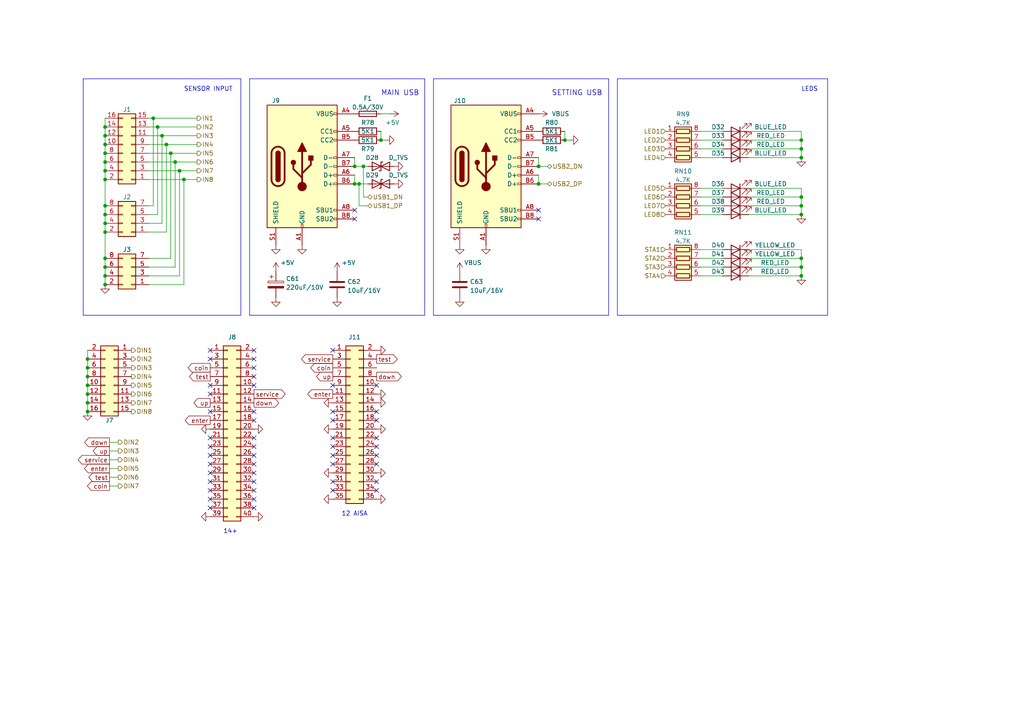
<source format=kicad_sch>
(kicad_sch (version 20230121) (generator eeschema)
  (paper "A4")
  (lib_symbols
    (symbol "Connector:USB_C_Receptacle_USB2.0" (pin_names (offset 1.016))
      (property "Reference" "J" (at -10.16 19.05 0))
      (property "Value" "USB_C_Receptacle_USB2.0" (at 19.05 19.05 0))
      (symbol "USB_C_Receptacle_USB2.0_0_0"
        (rectangle (start -0.254 -17.78) (end 0.254 -16.764))
        (rectangle (start 10.16 -14.986) (end 9.144 -15.494))
        (rectangle (start 10.16 -12.446) (end 9.144 -12.954))
        (rectangle (start 10.16 -4.826) (end 9.144 -5.334))
        (rectangle (start 10.16 -2.286) (end 9.144 -2.794))
        (rectangle (start 10.16 0.254) (end 9.144 -0.254))
        (rectangle (start 10.16 2.794) (end 9.144 2.286))
        (rectangle (start 10.16 7.874) (end 9.144 7.366))
        (rectangle (start 10.16 10.414) (end 9.144 9.906))
        (rectangle (start 10.16 15.494) (end 9.144 14.986))
      )
      (symbol "USB_C_Receptacle_USB2.0_0_1"
        (rectangle (start -10.16 17.78) (end 10.16 -17.78) (stroke (width 0.254)) (fill (type background)))
        (arc (start -8.89 -3.81) (mid -6.985 -5.7067) (end -5.08 -3.81) (stroke (width 0.508)))
        (arc (start -7.62 -3.81) (mid -6.985 -4.4423) (end -6.35 -3.81) (stroke (width 0.254)))
        (arc (start -7.62 -3.81) (mid -6.985 -4.4423) (end -6.35 -3.81) (stroke (width 0.254)) (fill (type outline)))
        (rectangle (start -7.62 -3.81) (end -6.35 3.81) (stroke (width 0.254)) (fill (type outline)))
        (arc (start -6.35 3.81) (mid -6.985 4.4423) (end -7.62 3.81) (stroke (width 0.254)))
        (arc (start -6.35 3.81) (mid -6.985 4.4423) (end -7.62 3.81) (stroke (width 0.254)) (fill (type outline)))
        (arc (start -5.08 3.81) (mid -6.985 5.7067) (end -8.89 3.81) (stroke (width 0.508)))
        (circle (center -2.54 1.143) (radius 0.635) (stroke (width 0.254)) (fill (type outline)))
        (circle (center 0 -5.842) (radius 1.27) (fill (type outline)))
        (polyline (pts (xy -8.89 -3.81) (xy -8.89 3.81)) (stroke (width 0.508)))
        (polyline (pts (xy -5.08 3.81) (xy -5.08 -3.81)) (stroke (width 0.508)))
        (polyline (pts (xy 0 -5.842) (xy 0 4.318)) (stroke (width 0.508)))
        (polyline (pts (xy 0 -3.302) (xy -2.54 -0.762) (xy -2.54 0.508)) (stroke (width 0.508)))
        (polyline (pts (xy 0 -2.032) (xy 2.54 0.508) (xy 2.54 1.778)) (stroke (width 0.508)))
        (polyline (pts (xy -1.27 4.318) (xy 0 6.858) (xy 1.27 4.318) (xy -1.27 4.318)) (stroke (width 0.254)) (fill (type outline)))
        (rectangle (start 1.905 1.778) (end 3.175 3.048) (stroke (width 0.254)) (fill (type outline)))
      )
      (symbol "USB_C_Receptacle_USB2.0_1_1"
        (pin passive line (at 0 -22.86 90) (length 5.08) (name "GND") (number "A1"))
        (pin passive line (at 0 -22.86 90) (length 5.08) hide (name "GND") (number "A12"))
        (pin passive line (at 15.24 15.24 180) (length 5.08) (name "VBUS") (number "A4"))
        (pin bidirectional line (at 15.24 10.16 180) (length 5.08) (name "CC1") (number "A5"))
        (pin bidirectional line (at 15.24 -2.54 180) (length 5.08) (name "D+") (number "A6"))
        (pin bidirectional line (at 15.24 2.54 180) (length 5.08) (name "D-") (number "A7"))
        (pin bidirectional line (at 15.24 -12.7 180) (length 5.08) (name "SBU1") (number "A8"))
        (pin passive line (at 15.24 15.24 180) (length 5.08) hide (name "VBUS") (number "A9"))
        (pin passive line (at 0 -22.86 90) (length 5.08) hide (name "GND") (number "B1"))
        (pin passive line (at 0 -22.86 90) (length 5.08) hide (name "GND") (number "B12"))
        (pin passive line (at 15.24 15.24 180) (length 5.08) hide (name "VBUS") (number "B4"))
        (pin bidirectional line (at 15.24 7.62 180) (length 5.08) (name "CC2") (number "B5"))
        (pin bidirectional line (at 15.24 -5.08 180) (length 5.08) (name "D+") (number "B6"))
        (pin bidirectional line (at 15.24 0 180) (length 5.08) (name "D-") (number "B7"))
        (pin bidirectional line (at 15.24 -15.24 180) (length 5.08) (name "SBU2") (number "B8"))
        (pin passive line (at 15.24 15.24 180) (length 5.08) hide (name "VBUS") (number "B9"))
        (pin passive line (at -7.62 -22.86 90) (length 5.08) (name "SHIELD") (number "S1"))
      )
    )
    (symbol "Connector_Generic:Conn_02x04_Odd_Even" (pin_names (offset 1.016) hide)
      (property "Reference" "J" (at 1.27 5.08 0))
      (property "Value" "Conn_02x04_Odd_Even" (at 1.27 -7.62 0))
      (symbol "Conn_02x04_Odd_Even_1_1"
        (rectangle (start -1.27 -4.953) (end 0 -5.207) (stroke (width 0.1524)))
        (rectangle (start -1.27 -2.413) (end 0 -2.667) (stroke (width 0.1524)))
        (rectangle (start -1.27 0.127) (end 0 -0.127) (stroke (width 0.1524)))
        (rectangle (start -1.27 2.667) (end 0 2.413) (stroke (width 0.1524)))
        (rectangle (start -1.27 3.81) (end 3.81 -6.35) (stroke (width 0.254)) (fill (type background)))
        (rectangle (start 3.81 -4.953) (end 2.54 -5.207) (stroke (width 0.1524)))
        (rectangle (start 3.81 -2.413) (end 2.54 -2.667) (stroke (width 0.1524)))
        (rectangle (start 3.81 0.127) (end 2.54 -0.127) (stroke (width 0.1524)))
        (rectangle (start 3.81 2.667) (end 2.54 2.413) (stroke (width 0.1524)))
        (pin passive line (at -5.08 2.54 0) (length 3.81) (name "Pin_1") (number "1"))
        (pin passive line (at 7.62 2.54 180) (length 3.81) (name "Pin_2") (number "2"))
        (pin passive line (at -5.08 0 0) (length 3.81) (name "Pin_3") (number "3"))
        (pin passive line (at 7.62 0 180) (length 3.81) (name "Pin_4") (number "4"))
        (pin passive line (at -5.08 -2.54 0) (length 3.81) (name "Pin_5") (number "5"))
        (pin passive line (at 7.62 -2.54 180) (length 3.81) (name "Pin_6") (number "6"))
        (pin passive line (at -5.08 -5.08 0) (length 3.81) (name "Pin_7") (number "7"))
        (pin passive line (at 7.62 -5.08 180) (length 3.81) (name "Pin_8") (number "8"))
      )
    )
    (symbol "Connector_Generic:Conn_02x08_Odd_Even" (pin_names (offset 1.016) hide)
      (property "Reference" "J" (at 1.27 10.16 0))
      (property "Value" "Conn_02x08_Odd_Even" (at 1.27 -12.7 0))
      (symbol "Conn_02x08_Odd_Even_1_1"
        (rectangle (start -1.27 -10.033) (end 0 -10.287) (stroke (width 0.1524)))
        (rectangle (start -1.27 -7.493) (end 0 -7.747) (stroke (width 0.1524)))
        (rectangle (start -1.27 -4.953) (end 0 -5.207) (stroke (width 0.1524)))
        (rectangle (start -1.27 -2.413) (end 0 -2.667) (stroke (width 0.1524)))
        (rectangle (start -1.27 0.127) (end 0 -0.127) (stroke (width 0.1524)))
        (rectangle (start -1.27 2.667) (end 0 2.413) (stroke (width 0.1524)))
        (rectangle (start -1.27 5.207) (end 0 4.953) (stroke (width 0.1524)))
        (rectangle (start -1.27 7.747) (end 0 7.493) (stroke (width 0.1524)))
        (rectangle (start -1.27 8.89) (end 3.81 -11.43) (stroke (width 0.254)) (fill (type background)))
        (rectangle (start 3.81 -10.033) (end 2.54 -10.287) (stroke (width 0.1524)))
        (rectangle (start 3.81 -7.493) (end 2.54 -7.747) (stroke (width 0.1524)))
        (rectangle (start 3.81 -4.953) (end 2.54 -5.207) (stroke (width 0.1524)))
        (rectangle (start 3.81 -2.413) (end 2.54 -2.667) (stroke (width 0.1524)))
        (rectangle (start 3.81 0.127) (end 2.54 -0.127) (stroke (width 0.1524)))
        (rectangle (start 3.81 2.667) (end 2.54 2.413) (stroke (width 0.1524)))
        (rectangle (start 3.81 5.207) (end 2.54 4.953) (stroke (width 0.1524)))
        (rectangle (start 3.81 7.747) (end 2.54 7.493) (stroke (width 0.1524)))
        (pin passive line (at -5.08 7.62 0) (length 3.81) (name "Pin_1") (number "1"))
        (pin passive line (at 7.62 -2.54 180) (length 3.81) (name "Pin_10") (number "10"))
        (pin passive line (at -5.08 -5.08 0) (length 3.81) (name "Pin_11") (number "11"))
        (pin passive line (at 7.62 -5.08 180) (length 3.81) (name "Pin_12") (number "12"))
        (pin passive line (at -5.08 -7.62 0) (length 3.81) (name "Pin_13") (number "13"))
        (pin passive line (at 7.62 -7.62 180) (length 3.81) (name "Pin_14") (number "14"))
        (pin passive line (at -5.08 -10.16 0) (length 3.81) (name "Pin_15") (number "15"))
        (pin passive line (at 7.62 -10.16 180) (length 3.81) (name "Pin_16") (number "16"))
        (pin passive line (at 7.62 7.62 180) (length 3.81) (name "Pin_2") (number "2"))
        (pin passive line (at -5.08 5.08 0) (length 3.81) (name "Pin_3") (number "3"))
        (pin passive line (at 7.62 5.08 180) (length 3.81) (name "Pin_4") (number "4"))
        (pin passive line (at -5.08 2.54 0) (length 3.81) (name "Pin_5") (number "5"))
        (pin passive line (at 7.62 2.54 180) (length 3.81) (name "Pin_6") (number "6"))
        (pin passive line (at -5.08 0 0) (length 3.81) (name "Pin_7") (number "7"))
        (pin passive line (at 7.62 0 180) (length 3.81) (name "Pin_8") (number "8"))
        (pin passive line (at -5.08 -2.54 0) (length 3.81) (name "Pin_9") (number "9"))
      )
    )
    (symbol "Connector_Generic:Conn_02x18_Odd_Even" (pin_names (offset 1.016) hide)
      (property "Reference" "J" (at 1.27 22.86 0))
      (property "Value" "Conn_02x18_Odd_Even" (at 1.27 -25.4 0))
      (symbol "Conn_02x18_Odd_Even_1_1"
        (rectangle (start -1.27 -22.733) (end 0 -22.987) (stroke (width 0.1524)))
        (rectangle (start -1.27 -20.193) (end 0 -20.447) (stroke (width 0.1524)))
        (rectangle (start -1.27 -17.653) (end 0 -17.907) (stroke (width 0.1524)))
        (rectangle (start -1.27 -15.113) (end 0 -15.367) (stroke (width 0.1524)))
        (rectangle (start -1.27 -12.573) (end 0 -12.827) (stroke (width 0.1524)))
        (rectangle (start -1.27 -10.033) (end 0 -10.287) (stroke (width 0.1524)))
        (rectangle (start -1.27 -7.493) (end 0 -7.747) (stroke (width 0.1524)))
        (rectangle (start -1.27 -4.953) (end 0 -5.207) (stroke (width 0.1524)))
        (rectangle (start -1.27 -2.413) (end 0 -2.667) (stroke (width 0.1524)))
        (rectangle (start -1.27 0.127) (end 0 -0.127) (stroke (width 0.1524)))
        (rectangle (start -1.27 2.667) (end 0 2.413) (stroke (width 0.1524)))
        (rectangle (start -1.27 5.207) (end 0 4.953) (stroke (width 0.1524)))
        (rectangle (start -1.27 7.747) (end 0 7.493) (stroke (width 0.1524)))
        (rectangle (start -1.27 10.287) (end 0 10.033) (stroke (width 0.1524)))
        (rectangle (start -1.27 12.827) (end 0 12.573) (stroke (width 0.1524)))
        (rectangle (start -1.27 15.367) (end 0 15.113) (stroke (width 0.1524)))
        (rectangle (start -1.27 17.907) (end 0 17.653) (stroke (width 0.1524)))
        (rectangle (start -1.27 20.447) (end 0 20.193) (stroke (width 0.1524)))
        (rectangle (start -1.27 21.59) (end 3.81 -24.13) (stroke (width 0.254)) (fill (type background)))
        (rectangle (start 3.81 -22.733) (end 2.54 -22.987) (stroke (width 0.1524)))
        (rectangle (start 3.81 -20.193) (end 2.54 -20.447) (stroke (width 0.1524)))
        (rectangle (start 3.81 -17.653) (end 2.54 -17.907) (stroke (width 0.1524)))
        (rectangle (start 3.81 -15.113) (end 2.54 -15.367) (stroke (width 0.1524)))
        (rectangle (start 3.81 -12.573) (end 2.54 -12.827) (stroke (width 0.1524)))
        (rectangle (start 3.81 -10.033) (end 2.54 -10.287) (stroke (width 0.1524)))
        (rectangle (start 3.81 -7.493) (end 2.54 -7.747) (stroke (width 0.1524)))
        (rectangle (start 3.81 -4.953) (end 2.54 -5.207) (stroke (width 0.1524)))
        (rectangle (start 3.81 -2.413) (end 2.54 -2.667) (stroke (width 0.1524)))
        (rectangle (start 3.81 0.127) (end 2.54 -0.127) (stroke (width 0.1524)))
        (rectangle (start 3.81 2.667) (end 2.54 2.413) (stroke (width 0.1524)))
        (rectangle (start 3.81 5.207) (end 2.54 4.953) (stroke (width 0.1524)))
        (rectangle (start 3.81 7.747) (end 2.54 7.493) (stroke (width 0.1524)))
        (rectangle (start 3.81 10.287) (end 2.54 10.033) (stroke (width 0.1524)))
        (rectangle (start 3.81 12.827) (end 2.54 12.573) (stroke (width 0.1524)))
        (rectangle (start 3.81 15.367) (end 2.54 15.113) (stroke (width 0.1524)))
        (rectangle (start 3.81 17.907) (end 2.54 17.653) (stroke (width 0.1524)))
        (rectangle (start 3.81 20.447) (end 2.54 20.193) (stroke (width 0.1524)))
        (pin passive line (at -5.08 20.32 0) (length 3.81) (name "Pin_1") (number "1"))
        (pin passive line (at 7.62 10.16 180) (length 3.81) (name "Pin_10") (number "10"))
        (pin passive line (at -5.08 7.62 0) (length 3.81) (name "Pin_11") (number "11"))
        (pin passive line (at 7.62 7.62 180) (length 3.81) (name "Pin_12") (number "12"))
        (pin passive line (at -5.08 5.08 0) (length 3.81) (name "Pin_13") (number "13"))
        (pin passive line (at 7.62 5.08 180) (length 3.81) (name "Pin_14") (number "14"))
        (pin passive line (at -5.08 2.54 0) (length 3.81) (name "Pin_15") (number "15"))
        (pin passive line (at 7.62 2.54 180) (length 3.81) (name "Pin_16") (number "16"))
        (pin passive line (at -5.08 0 0) (length 3.81) (name "Pin_17") (number "17"))
        (pin passive line (at 7.62 0 180) (length 3.81) (name "Pin_18") (number "18"))
        (pin passive line (at -5.08 -2.54 0) (length 3.81) (name "Pin_19") (number "19"))
        (pin passive line (at 7.62 20.32 180) (length 3.81) (name "Pin_2") (number "2"))
        (pin passive line (at 7.62 -2.54 180) (length 3.81) (name "Pin_20") (number "20"))
        (pin passive line (at -5.08 -5.08 0) (length 3.81) (name "Pin_21") (number "21"))
        (pin passive line (at 7.62 -5.08 180) (length 3.81) (name "Pin_22") (number "22"))
        (pin passive line (at -5.08 -7.62 0) (length 3.81) (name "Pin_23") (number "23"))
        (pin passive line (at 7.62 -7.62 180) (length 3.81) (name "Pin_24") (number "24"))
        (pin passive line (at -5.08 -10.16 0) (length 3.81) (name "Pin_25") (number "25"))
        (pin passive line (at 7.62 -10.16 180) (length 3.81) (name "Pin_26") (number "26"))
        (pin passive line (at -5.08 -12.7 0) (length 3.81) (name "Pin_27") (number "27"))
        (pin passive line (at 7.62 -12.7 180) (length 3.81) (name "Pin_28") (number "28"))
        (pin passive line (at -5.08 -15.24 0) (length 3.81) (name "Pin_29") (number "29"))
        (pin passive line (at -5.08 17.78 0) (length 3.81) (name "Pin_3") (number "3"))
        (pin passive line (at 7.62 -15.24 180) (length 3.81) (name "Pin_30") (number "30"))
        (pin passive line (at -5.08 -17.78 0) (length 3.81) (name "Pin_31") (number "31"))
        (pin passive line (at 7.62 -17.78 180) (length 3.81) (name "Pin_32") (number "32"))
        (pin passive line (at -5.08 -20.32 0) (length 3.81) (name "Pin_33") (number "33"))
        (pin passive line (at 7.62 -20.32 180) (length 3.81) (name "Pin_34") (number "34"))
        (pin passive line (at -5.08 -22.86 0) (length 3.81) (name "Pin_35") (number "35"))
        (pin passive line (at 7.62 -22.86 180) (length 3.81) (name "Pin_36") (number "36"))
        (pin passive line (at 7.62 17.78 180) (length 3.81) (name "Pin_4") (number "4"))
        (pin passive line (at -5.08 15.24 0) (length 3.81) (name "Pin_5") (number "5"))
        (pin passive line (at 7.62 15.24 180) (length 3.81) (name "Pin_6") (number "6"))
        (pin passive line (at -5.08 12.7 0) (length 3.81) (name "Pin_7") (number "7"))
        (pin passive line (at 7.62 12.7 180) (length 3.81) (name "Pin_8") (number "8"))
        (pin passive line (at -5.08 10.16 0) (length 3.81) (name "Pin_9") (number "9"))
      )
    )
    (symbol "Connector_Generic:Conn_02x20_Odd_Even" (pin_names (offset 1.016) hide)
      (property "Reference" "J" (at 1.27 25.4 0))
      (property "Value" "Conn_02x20_Odd_Even" (at 1.27 -27.94 0))
      (symbol "Conn_02x20_Odd_Even_1_1"
        (rectangle (start -1.27 -25.273) (end 0 -25.527) (stroke (width 0.1524)))
        (rectangle (start -1.27 -22.733) (end 0 -22.987) (stroke (width 0.1524)))
        (rectangle (start -1.27 -20.193) (end 0 -20.447) (stroke (width 0.1524)))
        (rectangle (start -1.27 -17.653) (end 0 -17.907) (stroke (width 0.1524)))
        (rectangle (start -1.27 -15.113) (end 0 -15.367) (stroke (width 0.1524)))
        (rectangle (start -1.27 -12.573) (end 0 -12.827) (stroke (width 0.1524)))
        (rectangle (start -1.27 -10.033) (end 0 -10.287) (stroke (width 0.1524)))
        (rectangle (start -1.27 -7.493) (end 0 -7.747) (stroke (width 0.1524)))
        (rectangle (start -1.27 -4.953) (end 0 -5.207) (stroke (width 0.1524)))
        (rectangle (start -1.27 -2.413) (end 0 -2.667) (stroke (width 0.1524)))
        (rectangle (start -1.27 0.127) (end 0 -0.127) (stroke (width 0.1524)))
        (rectangle (start -1.27 2.667) (end 0 2.413) (stroke (width 0.1524)))
        (rectangle (start -1.27 5.207) (end 0 4.953) (stroke (width 0.1524)))
        (rectangle (start -1.27 7.747) (end 0 7.493) (stroke (width 0.1524)))
        (rectangle (start -1.27 10.287) (end 0 10.033) (stroke (width 0.1524)))
        (rectangle (start -1.27 12.827) (end 0 12.573) (stroke (width 0.1524)))
        (rectangle (start -1.27 15.367) (end 0 15.113) (stroke (width 0.1524)))
        (rectangle (start -1.27 17.907) (end 0 17.653) (stroke (width 0.1524)))
        (rectangle (start -1.27 20.447) (end 0 20.193) (stroke (width 0.1524)))
        (rectangle (start -1.27 22.987) (end 0 22.733) (stroke (width 0.1524)))
        (rectangle (start -1.27 24.13) (end 3.81 -26.67) (stroke (width 0.254)) (fill (type background)))
        (rectangle (start 3.81 -25.273) (end 2.54 -25.527) (stroke (width 0.1524)))
        (rectangle (start 3.81 -22.733) (end 2.54 -22.987) (stroke (width 0.1524)))
        (rectangle (start 3.81 -20.193) (end 2.54 -20.447) (stroke (width 0.1524)))
        (rectangle (start 3.81 -17.653) (end 2.54 -17.907) (stroke (width 0.1524)))
        (rectangle (start 3.81 -15.113) (end 2.54 -15.367) (stroke (width 0.1524)))
        (rectangle (start 3.81 -12.573) (end 2.54 -12.827) (stroke (width 0.1524)))
        (rectangle (start 3.81 -10.033) (end 2.54 -10.287) (stroke (width 0.1524)))
        (rectangle (start 3.81 -7.493) (end 2.54 -7.747) (stroke (width 0.1524)))
        (rectangle (start 3.81 -4.953) (end 2.54 -5.207) (stroke (width 0.1524)))
        (rectangle (start 3.81 -2.413) (end 2.54 -2.667) (stroke (width 0.1524)))
        (rectangle (start 3.81 0.127) (end 2.54 -0.127) (stroke (width 0.1524)))
        (rectangle (start 3.81 2.667) (end 2.54 2.413) (stroke (width 0.1524)))
        (rectangle (start 3.81 5.207) (end 2.54 4.953) (stroke (width 0.1524)))
        (rectangle (start 3.81 7.747) (end 2.54 7.493) (stroke (width 0.1524)))
        (rectangle (start 3.81 10.287) (end 2.54 10.033) (stroke (width 0.1524)))
        (rectangle (start 3.81 12.827) (end 2.54 12.573) (stroke (width 0.1524)))
        (rectangle (start 3.81 15.367) (end 2.54 15.113) (stroke (width 0.1524)))
        (rectangle (start 3.81 17.907) (end 2.54 17.653) (stroke (width 0.1524)))
        (rectangle (start 3.81 20.447) (end 2.54 20.193) (stroke (width 0.1524)))
        (rectangle (start 3.81 22.987) (end 2.54 22.733) (stroke (width 0.1524)))
        (pin passive line (at -5.08 22.86 0) (length 3.81) (name "Pin_1") (number "1"))
        (pin passive line (at 7.62 12.7 180) (length 3.81) (name "Pin_10") (number "10"))
        (pin passive line (at -5.08 10.16 0) (length 3.81) (name "Pin_11") (number "11"))
        (pin passive line (at 7.62 10.16 180) (length 3.81) (name "Pin_12") (number "12"))
        (pin passive line (at -5.08 7.62 0) (length 3.81) (name "Pin_13") (number "13"))
        (pin passive line (at 7.62 7.62 180) (length 3.81) (name "Pin_14") (number "14"))
        (pin passive line (at -5.08 5.08 0) (length 3.81) (name "Pin_15") (number "15"))
        (pin passive line (at 7.62 5.08 180) (length 3.81) (name "Pin_16") (number "16"))
        (pin passive line (at -5.08 2.54 0) (length 3.81) (name "Pin_17") (number "17"))
        (pin passive line (at 7.62 2.54 180) (length 3.81) (name "Pin_18") (number "18"))
        (pin passive line (at -5.08 0 0) (length 3.81) (name "Pin_19") (number "19"))
        (pin passive line (at 7.62 22.86 180) (length 3.81) (name "Pin_2") (number "2"))
        (pin passive line (at 7.62 0 180) (length 3.81) (name "Pin_20") (number "20"))
        (pin passive line (at -5.08 -2.54 0) (length 3.81) (name "Pin_21") (number "21"))
        (pin passive line (at 7.62 -2.54 180) (length 3.81) (name "Pin_22") (number "22"))
        (pin passive line (at -5.08 -5.08 0) (length 3.81) (name "Pin_23") (number "23"))
        (pin passive line (at 7.62 -5.08 180) (length 3.81) (name "Pin_24") (number "24"))
        (pin passive line (at -5.08 -7.62 0) (length 3.81) (name "Pin_25") (number "25"))
        (pin passive line (at 7.62 -7.62 180) (length 3.81) (name "Pin_26") (number "26"))
        (pin passive line (at -5.08 -10.16 0) (length 3.81) (name "Pin_27") (number "27"))
        (pin passive line (at 7.62 -10.16 180) (length 3.81) (name "Pin_28") (number "28"))
        (pin passive line (at -5.08 -12.7 0) (length 3.81) (name "Pin_29") (number "29"))
        (pin passive line (at -5.08 20.32 0) (length 3.81) (name "Pin_3") (number "3"))
        (pin passive line (at 7.62 -12.7 180) (length 3.81) (name "Pin_30") (number "30"))
        (pin passive line (at -5.08 -15.24 0) (length 3.81) (name "Pin_31") (number "31"))
        (pin passive line (at 7.62 -15.24 180) (length 3.81) (name "Pin_32") (number "32"))
        (pin passive line (at -5.08 -17.78 0) (length 3.81) (name "Pin_33") (number "33"))
        (pin passive line (at 7.62 -17.78 180) (length 3.81) (name "Pin_34") (number "34"))
        (pin passive line (at -5.08 -20.32 0) (length 3.81) (name "Pin_35") (number "35"))
        (pin passive line (at 7.62 -20.32 180) (length 3.81) (name "Pin_36") (number "36"))
        (pin passive line (at -5.08 -22.86 0) (length 3.81) (name "Pin_37") (number "37"))
        (pin passive line (at 7.62 -22.86 180) (length 3.81) (name "Pin_38") (number "38"))
        (pin passive line (at -5.08 -25.4 0) (length 3.81) (name "Pin_39") (number "39"))
        (pin passive line (at 7.62 20.32 180) (length 3.81) (name "Pin_4") (number "4"))
        (pin passive line (at 7.62 -25.4 180) (length 3.81) (name "Pin_40") (number "40"))
        (pin passive line (at -5.08 17.78 0) (length 3.81) (name "Pin_5") (number "5"))
        (pin passive line (at 7.62 17.78 180) (length 3.81) (name "Pin_6") (number "6"))
        (pin passive line (at -5.08 15.24 0) (length 3.81) (name "Pin_7") (number "7"))
        (pin passive line (at 7.62 15.24 180) (length 3.81) (name "Pin_8") (number "8"))
        (pin passive line (at -5.08 12.7 0) (length 3.81) (name "Pin_9") (number "9"))
      )
    )
    (symbol "Device:C" (pin_numbers hide) (pin_names (offset 0.254))
      (property "Reference" "C" (at 0.635 2.54 0))
      (property "Value" "C" (at 0.635 -2.54 0))
      (symbol "C_0_1"
        (polyline (pts (xy -2.032 -0.762) (xy 2.032 -0.762)) (stroke (width 0.508)))
        (polyline (pts (xy -2.032 0.762) (xy 2.032 0.762)) (stroke (width 0.508)))
      )
      (symbol "C_1_1"
        (pin passive line (at 0 3.81 270) (length 2.794) (name "~") (number "1"))
        (pin passive line (at 0 -3.81 90) (length 2.794) (name "~") (number "2"))
      )
    )
    (symbol "Device:C_Polarized" (pin_numbers hide) (pin_names (offset 0.254))
      (property "Reference" "C" (at 0.635 2.54 0))
      (property "Value" "C_Polarized" (at 0.635 -2.54 0))
      (symbol "C_Polarized_0_1"
        (rectangle (start -2.286 0.508) (end 2.286 1.016))
        (polyline (pts (xy -1.778 2.286) (xy -0.762 2.286)))
        (polyline (pts (xy -1.27 2.794) (xy -1.27 1.778)))
        (rectangle (start 2.286 -0.508) (end -2.286 -1.016) (fill (type outline)))
      )
      (symbol "C_Polarized_1_1"
        (pin passive line (at 0 3.81 270) (length 2.794) (name "~") (number "1"))
        (pin passive line (at 0 -3.81 90) (length 2.794) (name "~") (number "2"))
      )
    )
    (symbol "Device:D_TVS" (pin_numbers hide) (pin_names (offset 1.016) hide)
      (property "Reference" "D" (at 0 2.54 0))
      (property "Value" "D_TVS" (at 0 -2.54 0))
      (symbol "D_TVS_0_1"
        (polyline (pts (xy 1.27 0) (xy -1.27 0)))
        (polyline (pts (xy 0.508 1.27) (xy 0 1.27) (xy 0 -1.27) (xy -0.508 -1.27)) (stroke (width 0.254)))
        (polyline (pts (xy -2.54 1.27) (xy -2.54 -1.27) (xy 2.54 1.27) (xy 2.54 -1.27) (xy -2.54 1.27)) (stroke (width 0.254)))
      )
      (symbol "D_TVS_1_1"
        (pin passive line (at -3.81 0 0) (length 2.54) (name "A1") (number "1"))
        (pin passive line (at 3.81 0 180) (length 2.54) (name "A2") (number "2"))
      )
    )
    (symbol "Device:Fuse" (pin_numbers hide) (pin_names (offset 0))
      (property "Reference" "F" (at 2.032 0 90))
      (property "Value" "Fuse" (at -1.905 0 90))
      (symbol "Fuse_0_1"
        (rectangle (start -0.762 -2.54) (end 0.762 2.54) (stroke (width 0.254)))
        (polyline (pts (xy 0 2.54) (xy 0 -2.54)))
      )
      (symbol "Fuse_1_1"
        (pin passive line (at 0 3.81 270) (length 1.27) (name "~") (number "1"))
        (pin passive line (at 0 -3.81 90) (length 1.27) (name "~") (number "2"))
      )
    )
    (symbol "Device:LED" (pin_numbers hide) (pin_names (offset 1.016) hide)
      (property "Reference" "D" (at 0 2.54 0))
      (property "Value" "LED" (at 0 -2.54 0))
      (symbol "LED_0_1"
        (polyline (pts (xy -1.27 -1.27) (xy -1.27 1.27)) (stroke (width 0.254)))
        (polyline (pts (xy -1.27 0) (xy 1.27 0)))
        (polyline (pts (xy 1.27 -1.27) (xy 1.27 1.27) (xy -1.27 0) (xy 1.27 -1.27)) (stroke (width 0.254)))
        (polyline (pts (xy -3.048 -0.762) (xy -4.572 -2.286) (xy -3.81 -2.286) (xy -4.572 -2.286) (xy -4.572 -1.524)))
        (polyline (pts (xy -1.778 -0.762) (xy -3.302 -2.286) (xy -2.54 -2.286) (xy -3.302 -2.286) (xy -3.302 -1.524)))
      )
      (symbol "LED_1_1"
        (pin passive line (at -3.81 0 0) (length 2.54) (name "K") (number "1"))
        (pin passive line (at 3.81 0 180) (length 2.54) (name "A") (number "2"))
      )
    )
    (symbol "Device:R" (pin_numbers hide) (pin_names (offset 0))
      (property "Reference" "R" (at 2.032 0 90))
      (property "Value" "R" (at 0 0 90))
      (symbol "R_0_1"
        (rectangle (start -1.016 -2.54) (end 1.016 2.54) (stroke (width 0.254)))
      )
      (symbol "R_1_1"
        (pin passive line (at 0 3.81 270) (length 1.27) (name "~") (number "1"))
        (pin passive line (at 0 -3.81 90) (length 1.27) (name "~") (number "2"))
      )
    )
    (symbol "Device:R_Pack04" (pin_names (offset 0) hide)
      (property "Reference" "RN" (at -7.62 0 90))
      (property "Value" "R_Pack04" (at 5.08 0 90))
      (symbol "R_Pack04_0_1"
        (rectangle (start -6.35 -2.413) (end 3.81 2.413) (stroke (width 0.254)) (fill (type background)))
        (rectangle (start -5.715 1.905) (end -4.445 -1.905) (stroke (width 0.254)))
        (rectangle (start -3.175 1.905) (end -1.905 -1.905) (stroke (width 0.254)))
        (rectangle (start -0.635 1.905) (end 0.635 -1.905) (stroke (width 0.254)))
        (polyline (pts (xy -5.08 -2.54) (xy -5.08 -1.905)))
        (polyline (pts (xy -5.08 1.905) (xy -5.08 2.54)))
        (polyline (pts (xy -2.54 -2.54) (xy -2.54 -1.905)))
        (polyline (pts (xy -2.54 1.905) (xy -2.54 2.54)))
        (polyline (pts (xy 0 -2.54) (xy 0 -1.905)))
        (polyline (pts (xy 0 1.905) (xy 0 2.54)))
        (polyline (pts (xy 2.54 -2.54) (xy 2.54 -1.905)))
        (polyline (pts (xy 2.54 1.905) (xy 2.54 2.54)))
        (rectangle (start 1.905 1.905) (end 3.175 -1.905) (stroke (width 0.254)))
      )
      (symbol "R_Pack04_1_1"
        (pin passive line (at -5.08 -5.08 90) (length 2.54) (name "R1.1") (number "1"))
        (pin passive line (at -2.54 -5.08 90) (length 2.54) (name "R2.1") (number "2"))
        (pin passive line (at 0 -5.08 90) (length 2.54) (name "R3.1") (number "3"))
        (pin passive line (at 2.54 -5.08 90) (length 2.54) (name "R4.1") (number "4"))
        (pin passive line (at 2.54 5.08 270) (length 2.54) (name "R4.2") (number "5"))
        (pin passive line (at 0 5.08 270) (length 2.54) (name "R3.2") (number "6"))
        (pin passive line (at -2.54 5.08 270) (length 2.54) (name "R2.2") (number "7"))
        (pin passive line (at -5.08 5.08 270) (length 2.54) (name "R1.2") (number "8"))
      )
    )
    (symbol "power:+5V" (power) (pin_names (offset 0))
      (property "Value" "+5V" (at 0 3.556 0))
      (symbol "+5V_0_1"
        (polyline (pts (xy -0.762 1.27) (xy 0 2.54)))
        (polyline (pts (xy 0 0) (xy 0 2.54)))
        (polyline (pts (xy 0 2.54) (xy 0.762 1.27)))
      )
      (symbol "+5V_1_1"
        (pin power_in line (at 0 0 90) (length 0) hide (name "+5V") (number "1"))
      )
    )
    (symbol "power:GND" (power) (pin_names (offset 0))
      (property "Value" "GND" (at 0 -3.81 0))
      (symbol "GND_0_1"
        (polyline (pts (xy 0 0) (xy 0 -1.27) (xy 1.27 -1.27) (xy 0 -2.54) (xy -1.27 -1.27) (xy 0 -1.27)))
      )
      (symbol "GND_1_1"
        (pin power_in line (at 0 0 270) (length 0) hide (name "GND") (number "1"))
      )
    )
    (symbol "power:VBUS" (power) (pin_names (offset 0))
      (property "Value" "VBUS" (at 0 3.81 0))
      (symbol "VBUS_0_1"
        (polyline (pts (xy -0.762 1.27) (xy 0 2.54)))
        (polyline (pts (xy 0 0) (xy 0 2.54)))
        (polyline (pts (xy 0 2.54) (xy 0.762 1.27)))
      )
      (symbol "VBUS_1_1"
        (pin power_in line (at 0 0 90) (length 0) hide (name "VBUS") (number "1"))
      )
    )
  )
  (junction (at 30.48 62.23))
  (junction (at 232.41 62.23))
  (junction (at 102.87 48.26))
  (junction (at 30.48 36.83))
  (junction (at 46.99 39.37))
  (junction (at 232.41 59.69))
  (junction (at 30.48 44.45))
  (junction (at 25.4 116.84))
  (junction (at 25.4 104.14))
  (junction (at 30.48 52.07))
  (junction (at 44.45 34.29))
  (junction (at 110.49 40.64))
  (junction (at 25.4 111.76))
  (junction (at 53.34 52.07))
  (junction (at 232.41 40.64))
  (junction (at 30.48 41.91))
  (junction (at 156.21 48.26))
  (junction (at 30.48 80.01))
  (junction (at 45.72 36.83))
  (junction (at 30.48 49.53))
  (junction (at 48.26 41.91))
  (junction (at 25.4 109.22))
  (junction (at 232.41 43.18))
  (junction (at 232.41 57.15))
  (junction (at 102.87 53.34))
  (junction (at 30.48 59.69))
  (junction (at 232.41 45.72))
  (junction (at 30.48 74.93))
  (junction (at 25.4 114.3))
  (junction (at 232.41 77.47))
  (junction (at 30.48 67.31))
  (junction (at 163.83 40.64))
  (junction (at 30.48 77.47))
  (junction (at 25.4 106.68))
  (junction (at 50.8 46.99))
  (junction (at 156.21 53.34))
  (junction (at 30.48 82.55))
  (junction (at 232.41 80.01))
  (junction (at 105.41 48.26))
  (junction (at 30.48 39.37))
  (junction (at 52.07 49.53))
  (junction (at 232.41 74.93))
  (junction (at 49.53 44.45))
  (junction (at 30.48 64.77))
  (junction (at 104.14 53.34))
  (junction (at 25.4 119.38))
  (junction (at 30.48 46.99))
  (no_connect (at 96.52 101.6))
  (no_connect (at 109.22 111.76))
  (no_connect (at 109.22 142.24))
  (no_connect (at 109.22 139.7))
  (no_connect (at 109.22 134.62))
  (no_connect (at 96.52 121.92))
  (no_connect (at 109.22 119.38))
  (no_connect (at 109.22 121.92))
  (no_connect (at 96.52 119.38))
  (no_connect (at 109.22 127))
  (no_connect (at 96.52 111.76))
  (no_connect (at 96.52 127))
  (no_connect (at 96.52 129.54))
  (no_connect (at 109.22 129.54))
  (no_connect (at 96.52 132.08))
  (no_connect (at 96.52 134.62))
  (no_connect (at 96.52 139.7))
  (no_connect (at 96.52 142.24))
  (no_connect (at 109.22 132.08))
  (no_connect (at 102.87 63.5))
  (no_connect (at 156.21 60.96))
  (no_connect (at 60.96 101.6))
  (no_connect (at 60.96 111.76))
  (no_connect (at 60.96 114.3))
  (no_connect (at 60.96 119.38))
  (no_connect (at 73.66 109.22))
  (no_connect (at 73.66 106.68))
  (no_connect (at 73.66 111.76))
  (no_connect (at 73.66 119.38))
  (no_connect (at 73.66 121.92))
  (no_connect (at 102.87 60.96))
  (no_connect (at 60.96 104.14))
  (no_connect (at 60.96 127))
  (no_connect (at 60.96 137.16))
  (no_connect (at 60.96 132.08))
  (no_connect (at 60.96 129.54))
  (no_connect (at 60.96 134.62))
  (no_connect (at 60.96 139.7))
  (no_connect (at 60.96 144.78))
  (no_connect (at 60.96 142.24))
  (no_connect (at 60.96 147.32))
  (no_connect (at 73.66 132.08))
  (no_connect (at 73.66 134.62))
  (no_connect (at 73.66 127))
  (no_connect (at 73.66 137.16))
  (no_connect (at 73.66 129.54))
  (no_connect (at 73.66 147.32))
  (no_connect (at 73.66 139.7))
  (no_connect (at 73.66 144.78))
  (no_connect (at 73.66 142.24))
  (no_connect (at 73.66 101.6))
  (no_connect (at 73.66 104.14))
  (no_connect (at 156.21 63.5))
  (polyline (pts (xy 179.07 91.44) (xy 240.03 91.44)))
  (wire (pts (xy 209.55 40.64) (xy 203.2 40.64)))
  (wire (pts (xy 30.48 64.77) (xy 30.48 62.23)))
  (wire (pts (xy 232.41 74.93) (xy 232.41 77.47)))
  (wire (pts (xy 57.15 39.37) (xy 46.99 39.37)))
  (wire (pts (xy 30.48 82.55) (xy 30.48 80.01)))
  (wire (pts (xy 48.26 41.91) (xy 48.26 67.31)))
  (wire (pts (xy 31.75 133.35) (xy 34.29 133.35)))
  (wire (pts (xy 25.4 116.84) (xy 25.4 119.38)))
  (polyline (pts (xy 69.85 22.86) (xy 24.13 22.86)))
  (wire (pts (xy 31.75 138.43) (xy 34.29 138.43)))
  (polyline (pts (xy 179.07 22.86) (xy 179.07 91.44)))
  (wire (pts (xy 25.4 114.3) (xy 25.4 116.84)))
  (wire (pts (xy 50.8 77.47) (xy 43.18 77.47)))
  (wire (pts (xy 232.41 72.39) (xy 232.41 74.93)))
  (polyline (pts (xy 72.39 22.86) (xy 72.39 91.44)))
  (wire (pts (xy 52.07 80.01) (xy 43.18 80.01)))
  (wire (pts (xy 156.21 48.26) (xy 158.75 48.26)))
  (polyline (pts (xy 125.73 22.86) (xy 125.73 91.44)))
  (wire (pts (xy 209.55 62.23) (xy 203.2 62.23)))
  (wire (pts (xy 156.21 53.34) (xy 158.75 53.34)))
  (wire (pts (xy 110.49 40.64) (xy 110.49 38.1)))
  (wire (pts (xy 48.26 67.31) (xy 43.18 67.31)))
  (polyline (pts (xy 69.85 91.44) (xy 69.85 22.86)))
  (wire (pts (xy 217.17 74.93) (xy 232.41 74.93)))
  (wire (pts (xy 232.41 57.15) (xy 232.41 59.69)))
  (wire (pts (xy 104.14 53.34) (xy 102.87 53.34)))
  (wire (pts (xy 102.87 48.26) (xy 102.87 45.72)))
  (wire (pts (xy 57.15 34.29) (xy 44.45 34.29)))
  (wire (pts (xy 30.48 77.47) (xy 30.48 74.93)))
  (wire (pts (xy 209.55 77.47) (xy 203.2 77.47)))
  (wire (pts (xy 217.17 72.39) (xy 232.41 72.39)))
  (wire (pts (xy 217.17 54.61) (xy 232.41 54.61)))
  (wire (pts (xy 232.41 40.64) (xy 232.41 43.18)))
  (wire (pts (xy 165.1 40.64) (xy 163.83 40.64)))
  (wire (pts (xy 30.48 36.83) (xy 30.48 39.37)))
  (wire (pts (xy 44.45 34.29) (xy 44.45 59.69)))
  (polyline (pts (xy 176.53 91.44) (xy 176.53 22.86)))
  (wire (pts (xy 232.41 59.69) (xy 232.41 62.23)))
  (wire (pts (xy 46.99 64.77) (xy 43.18 64.77)))
  (wire (pts (xy 232.41 54.61) (xy 232.41 57.15)))
  (wire (pts (xy 217.17 77.47) (xy 232.41 77.47)))
  (wire (pts (xy 232.41 38.1) (xy 232.41 40.64)))
  (wire (pts (xy 30.48 34.29) (xy 30.48 36.83)))
  (wire (pts (xy 46.99 39.37) (xy 43.18 39.37)))
  (wire (pts (xy 113.03 33.02) (xy 110.49 33.02)))
  (wire (pts (xy 57.15 49.53) (xy 52.07 49.53)))
  (polyline (pts (xy 24.13 22.86) (xy 24.13 91.44)))
  (wire (pts (xy 104.14 59.69) (xy 104.14 53.34)))
  (wire (pts (xy 217.17 57.15) (xy 232.41 57.15)))
  (wire (pts (xy 57.15 41.91) (xy 48.26 41.91)))
  (wire (pts (xy 53.34 82.55) (xy 53.34 52.07)))
  (wire (pts (xy 217.17 40.64) (xy 232.41 40.64)))
  (wire (pts (xy 31.75 140.97) (xy 34.29 140.97)))
  (wire (pts (xy 25.4 104.14) (xy 25.4 106.68)))
  (wire (pts (xy 105.41 48.26) (xy 102.87 48.26)))
  (wire (pts (xy 30.48 67.31) (xy 30.48 64.77)))
  (wire (pts (xy 53.34 82.55) (xy 43.18 82.55)))
  (wire (pts (xy 232.41 62.23) (xy 217.17 62.23)))
  (wire (pts (xy 45.72 62.23) (xy 43.18 62.23)))
  (wire (pts (xy 31.75 130.81) (xy 34.29 130.81)))
  (wire (pts (xy 217.17 38.1) (xy 232.41 38.1)))
  (wire (pts (xy 105.41 57.15) (xy 105.41 48.26)))
  (wire (pts (xy 209.55 80.01) (xy 203.2 80.01)))
  (wire (pts (xy 45.72 36.83) (xy 45.72 62.23)))
  (wire (pts (xy 50.8 46.99) (xy 43.18 46.99)))
  (wire (pts (xy 209.55 59.69) (xy 203.2 59.69)))
  (wire (pts (xy 31.75 135.89) (xy 34.29 135.89)))
  (wire (pts (xy 30.48 74.93) (xy 30.48 67.31)))
  (wire (pts (xy 30.48 41.91) (xy 30.48 44.45)))
  (wire (pts (xy 106.68 59.69) (xy 104.14 59.69)))
  (wire (pts (xy 106.68 48.26) (xy 105.41 48.26)))
  (wire (pts (xy 57.15 36.83) (xy 45.72 36.83)))
  (wire (pts (xy 30.48 80.01) (xy 30.48 77.47)))
  (wire (pts (xy 25.4 106.68) (xy 25.4 109.22)))
  (wire (pts (xy 52.07 49.53) (xy 43.18 49.53)))
  (wire (pts (xy 209.55 74.93) (xy 203.2 74.93)))
  (wire (pts (xy 44.45 59.69) (xy 43.18 59.69)))
  (wire (pts (xy 49.53 44.45) (xy 43.18 44.45)))
  (wire (pts (xy 209.55 72.39) (xy 203.2 72.39)))
  (polyline (pts (xy 123.19 22.86) (xy 72.39 22.86)))
  (polyline (pts (xy 176.53 22.86) (xy 125.73 22.86)))
  (wire (pts (xy 44.45 34.29) (xy 43.18 34.29)))
  (polyline (pts (xy 125.73 91.44) (xy 176.53 91.44)))
  (wire (pts (xy 30.48 59.69) (xy 30.48 52.07)))
  (wire (pts (xy 106.68 53.34) (xy 104.14 53.34)))
  (wire (pts (xy 30.48 39.37) (xy 30.48 41.91)))
  (wire (pts (xy 49.53 44.45) (xy 49.53 74.93)))
  (wire (pts (xy 217.17 43.18) (xy 232.41 43.18)))
  (wire (pts (xy 163.83 40.64) (xy 163.83 38.1)))
  (wire (pts (xy 57.15 44.45) (xy 49.53 44.45)))
  (wire (pts (xy 25.4 101.6) (xy 25.4 104.14)))
  (wire (pts (xy 156.21 53.34) (xy 156.21 50.8)))
  (wire (pts (xy 45.72 36.83) (xy 43.18 36.83)))
  (wire (pts (xy 156.21 48.26) (xy 156.21 45.72)))
  (wire (pts (xy 232.41 80.01) (xy 217.17 80.01)))
  (wire (pts (xy 30.48 46.99) (xy 30.48 49.53)))
  (wire (pts (xy 209.55 45.72) (xy 203.2 45.72)))
  (wire (pts (xy 52.07 49.53) (xy 52.07 80.01)))
  (wire (pts (xy 49.53 74.93) (xy 43.18 74.93)))
  (polyline (pts (xy 24.13 91.44) (xy 69.85 91.44)))
  (wire (pts (xy 209.55 54.61) (xy 203.2 54.61)))
  (polyline (pts (xy 179.07 22.86) (xy 240.03 22.86)))
  (wire (pts (xy 209.55 57.15) (xy 203.2 57.15)))
  (wire (pts (xy 209.55 38.1) (xy 203.2 38.1)))
  (wire (pts (xy 43.18 52.07) (xy 53.34 52.07)))
  (wire (pts (xy 111.76 40.64) (xy 110.49 40.64)))
  (wire (pts (xy 102.87 53.34) (xy 102.87 50.8)))
  (wire (pts (xy 46.99 39.37) (xy 46.99 64.77)))
  (wire (pts (xy 30.48 44.45) (xy 30.48 46.99)))
  (wire (pts (xy 48.26 41.91) (xy 43.18 41.91)))
  (wire (pts (xy 232.41 77.47) (xy 232.41 80.01)))
  (wire (pts (xy 31.75 128.27) (xy 34.29 128.27)))
  (wire (pts (xy 106.68 57.15) (xy 105.41 57.15)))
  (wire (pts (xy 50.8 46.99) (xy 50.8 77.47)))
  (polyline (pts (xy 123.19 91.44) (xy 123.19 22.86)))
  (wire (pts (xy 25.4 109.22) (xy 25.4 111.76)))
  (wire (pts (xy 25.4 111.76) (xy 25.4 114.3)))
  (wire (pts (xy 232.41 45.72) (xy 217.17 45.72)))
  (polyline (pts (xy 72.39 91.44) (xy 123.19 91.44)))
  (wire (pts (xy 53.34 52.07) (xy 57.15 52.07)))
  (wire (pts (xy 232.41 43.18) (xy 232.41 45.72)))
  (wire (pts (xy 30.48 62.23) (xy 30.48 59.69)))
  (polyline (pts (xy 240.03 91.44) (xy 240.03 22.86)))
  (wire (pts (xy 209.55 43.18) (xy 203.2 43.18)))
  (wire (pts (xy 30.48 49.53) (xy 30.48 52.07)))
  (wire (pts (xy 57.15 46.99) (xy 50.8 46.99)))
  (wire (pts (xy 217.17 59.69) (xy 232.41 59.69)))
  (text "LEDS" (at 232.41 26.67 0) (effects (font (size 1.27 1.27)) (justify left bottom)))
  (text "SETTING USB" (at 160.02 27.94 0) (effects (font (size 1.5 1.5)) (justify left bottom)))
  (text "12 AISA" (at 99.06 149.86 0) (effects (font (size 1.27 1.27)) (justify left bottom)))
  (text "14+" (at 64.77 154.94 0) (effects (font (size 1.27 1.27)) (justify left bottom)))
  (text "SENSOR INPUT" (at 53.34 26.67 0) (effects (font (size 1.27 1.27)) (justify left bottom)))
  (text "MAIN USB" (at 110.49 27.94 0) (effects (font (size 1.5 1.5)) (justify left bottom)))
  (global_label "up" (shape output) (at 60.96 116.84 180) (property "Intersheetrefs" "${INTERSHEET_REFS}" (effects hide)))
  (global_label "coin" (shape output) (at 60.96 106.68 180) (property "Intersheetrefs" "${INTERSHEET_REFS}" (effects hide)))
  (global_label "test" (shape output) (at 60.96 109.22 180) (property "Intersheetrefs" "${INTERSHEET_REFS}" (effects hide)))
  (global_label "down" (shape output) (at 31.75 128.27 180) (property "Intersheetrefs" "${INTERSHEET_REFS}" (effects hide)))
  (global_label "service" (shape output) (at 73.66 114.3 0) (property "Intersheetrefs" "${INTERSHEET_REFS}" (effects hide)))
  (global_label "service" (shape output) (at 31.75 133.35 180) (property "Intersheetrefs" "${INTERSHEET_REFS}" (effects hide)))
  (global_label "test" (shape output) (at 31.75 138.43 180) (property "Intersheetrefs" "${INTERSHEET_REFS}" (effects hide)))
  (global_label "coin" (shape output) (at 96.52 106.68 180) (property "Intersheetrefs" "${INTERSHEET_REFS}" (effects hide)))
  (global_label "down" (shape output) (at 73.66 116.84 0) (property "Intersheetrefs" "${INTERSHEET_REFS}" (effects hide)))
  (global_label "coin" (shape output) (at 31.75 140.97 180) (property "Intersheetrefs" "${INTERSHEET_REFS}" (effects hide)))
  (global_label "enter" (shape output) (at 31.75 135.89 180) (property "Intersheetrefs" "${INTERSHEET_REFS}" (effects hide)))
  (global_label "test" (shape output) (at 109.22 104.14 0) (property "Intersheetrefs" "${INTERSHEET_REFS}" (effects hide)))
  (global_label "service" (shape output) (at 96.52 104.14 180) (property "Intersheetrefs" "${INTERSHEET_REFS}" (effects hide)))
  (global_label "up" (shape output) (at 96.52 109.22 180) (property "Intersheetrefs" "${INTERSHEET_REFS}" (effects hide)))
  (global_label "enter" (shape output) (at 96.52 114.3 180) (property "Intersheetrefs" "${INTERSHEET_REFS}" (effects hide)))
  (global_label "up" (shape output) (at 31.75 130.81 180) (property "Intersheetrefs" "${INTERSHEET_REFS}" (effects hide)))
  (global_label "down" (shape output) (at 109.22 109.22 0) (property "Intersheetrefs" "${INTERSHEET_REFS}" (effects hide)))
  (global_label "enter" (shape output) (at 60.96 121.92 180) (property "Intersheetrefs" "${INTERSHEET_REFS}" (effects hide)))
  (hierarchical_label "DIN1" (shape output) (at 38.1 101.6 0))
  (hierarchical_label "DIN7" (shape output) (at 34.29 140.97 0))
  (hierarchical_label "USB1_DN" (shape bidirectional) (at 106.68 57.15 0))
  (hierarchical_label "IN5" (shape output) (at 57.15 44.45 0))
  (hierarchical_label "DIN3" (shape output) (at 34.29 130.81 0))
  (hierarchical_label "DIN3" (shape output) (at 38.1 106.68 0))
  (hierarchical_label "LED1" (shape input) (at 193.04 38.1 180))
  (hierarchical_label "DIN5" (shape output) (at 38.1 111.76 0))
  (hierarchical_label "IN3" (shape output) (at 57.15 39.37 0))
  (hierarchical_label "DIN2" (shape output) (at 34.29 128.27 0))
  (hierarchical_label "DIN4" (shape output) (at 34.29 133.35 0))
  (hierarchical_label "STA2" (shape input) (at 193.04 74.93 180))
  (hierarchical_label "LED7" (shape input) (at 193.04 59.69 180))
  (hierarchical_label "DIN6" (shape output) (at 38.1 114.3 0))
  (hierarchical_label "LED4" (shape input) (at 193.04 45.72 180))
  (hierarchical_label "IN6" (shape output) (at 57.15 46.99 0))
  (hierarchical_label "USB2_DN" (shape bidirectional) (at 158.75 48.26 0))
  (hierarchical_label "IN2" (shape output) (at 57.15 36.83 0))
  (hierarchical_label "DIN5" (shape output) (at 34.29 135.89 0))
  (hierarchical_label "LED2" (shape input) (at 193.04 40.64 180))
  (hierarchical_label "DIN8" (shape output) (at 38.1 119.38 0))
  (hierarchical_label "DIN6" (shape output) (at 34.29 138.43 0))
  (hierarchical_label "LED5" (shape input) (at 193.04 54.61 180))
  (hierarchical_label "DIN2" (shape output) (at 38.1 104.14 0))
  (hierarchical_label "IN7" (shape output) (at 57.15 49.53 0))
  (hierarchical_label "IN8" (shape output) (at 57.15 52.07 0))
  (hierarchical_label "STA4" (shape input) (at 193.04 80.01 180))
  (hierarchical_label "DIN7" (shape output) (at 38.1 116.84 0))
  (hierarchical_label "DIN4" (shape output) (at 38.1 109.22 0))
  (hierarchical_label "LED8" (shape input) (at 193.04 62.23 180))
  (hierarchical_label "USB2_DP" (shape bidirectional) (at 158.75 53.34 0))
  (hierarchical_label "IN4" (shape output) (at 57.15 41.91 0))
  (hierarchical_label "LED3" (shape input) (at 193.04 43.18 180))
  (hierarchical_label "LED6" (shape input) (at 193.04 57.15 180))
  (hierarchical_label "STA1" (shape input) (at 193.04 72.39 180))
  (hierarchical_label "USB1_DP" (shape bidirectional) (at 106.68 59.69 0))
  (hierarchical_label "STA3" (shape input) (at 193.04 77.47 180))
  (hierarchical_label "IN1" (shape output) (at 57.15 34.29 0))
  (symbol (lib_id "Device:LED") (at 213.36 77.47 180) (unit 1)
    (property "Reference" "D42" (at 208.28 76.2 0))
    (property "Value" "RED_LED" (at 224.79 76.2 0))
    (property "Footprint" "LED_SMD:LED_0603_1608Metric" (effects hide))
  )
  (symbol (lib_id "Device:LED") (at 213.36 72.39 180) (unit 1)
    (property "Reference" "D40" (at 208.28 71.12 0))
    (property "Value" "YELLOW_LED" (at 224.79 71.12 0))
    (property "Footprint" "LED_SMD:LED_0603_1608Metric" (effects hide))
  )
  (symbol (lib_id "Connector_Generic:Conn_02x04_Odd_Even") (at 38.1 80.01 180) (unit 1)
    (property "Reference" "J3" (at 36.83 72.39 0))
    (property "Value" "Conn_02x04_Odd_Even" (effects hide))
    (property "Footprint" "Connector_IDC:IDC-Header_2x04_P2.54mm_Vertical" (effects hide))
  )
  (symbol (lib_id "power:GND") (at 109.22 137.16 90) (unit 1)
    (property "Reference" "#PWR0141" (effects hide))
    (property "Value" "GND" (effects hide))
  )
  (symbol (lib_id "power:GND") (at 80.01 86.36 0) (unit 1)
    (property "Reference" "#PWR0127" (effects hide))
    (property "Value" "GND" (effects hide))
  )
  (symbol (lib_id "power:GND") (at 133.35 86.36 0) (unit 1)
    (property "Reference" "#PWR0131" (effects hide))
    (property "Value" "GND" (effects hide))
  )
  (symbol (lib_id "power:GND") (at 109.22 114.3 90) (unit 1)
    (property "Reference" "#PWR0143" (effects hide))
    (property "Value" "GND" (effects hide))
  )
  (symbol (lib_id "power:GND") (at 60.96 149.86 270) (unit 1)
    (property "Reference" "#PWR0102" (effects hide))
    (property "Value" "GND" (effects hide))
  )
  (symbol (lib_id "power:GND") (at 96.52 124.46 270) (unit 1)
    (property "Reference" "#PWR0136" (effects hide))
    (property "Value" "GND" (effects hide))
  )
  (symbol (lib_id "power:GND") (at 30.48 82.55 0) (unit 1)
    (property "Reference" "#PWR049" (effects hide))
    (property "Value" "GND" (effects hide))
  )
  (symbol (lib_id "Device:C") (at 97.79 82.55 0) (unit 1)
    (property "Reference" "C62" (at 100.711 81.7153 0) (effects (justify left)))
    (property "Value" "10uF/16V" (at 100.711 84.2522 0) (effects (justify left)))
    (property "Footprint" "Capacitor_SMD:C_0603_1608Metric" (effects hide))
  )
  (symbol (lib_id "Device:R_Pack04") (at 198.12 77.47 270) (unit 1)
    (property "Reference" "RN11" (at 198.12 67.4202 90))
    (property "Value" "4.7K" (at 198.12 69.9571 90))
    (property "Footprint" "Resistor_SMD:R_Array_Convex_4x0603" (effects hide))
  )
  (symbol (lib_id "power:GND") (at 73.66 124.46 90) (unit 1)
    (property "Reference" "#PWR0103" (effects hide))
    (property "Value" "GND" (effects hide))
  )
  (symbol (lib_id "Connector:USB_C_Receptacle_USB2.0") (at 140.97 48.26 0) (unit 1)
    (property "Reference" "J10" (at 133.35 29.21 0))
    (property "Value" "USB_C_Receptacle_USB2.0" (effects hide))
    (property "Footprint" "Connector_USB:USB_C_Receptacle_HRO_TYPE-C-31-M-12" (effects hide))
    (property "Datasheet" "https://www.usb.org/sites/default/files/documents/usb_type-c.zip" (effects hide))
  )
  (symbol (lib_id "Connector:USB_C_Receptacle_USB2.0") (at 87.63 48.26 0) (unit 1)
    (property "Reference" "J9" (at 80.01 29.21 0))
    (property "Value" "USB_C_Receptacle_USB2.0" (effects hide))
    (property "Footprint" "Connector_USB:USB_C_Receptacle_HRO_TYPE-C-31-M-12" (effects hide))
    (property "Datasheet" "https://www.usb.org/sites/default/files/documents/usb_type-c.zip" (effects hide))
  )
  (symbol (lib_id "power:GND") (at 60.96 124.46 270) (unit 1)
    (property "Reference" "#PWR0101" (effects hide))
    (property "Value" "GND" (effects hide))
  )
  (symbol (lib_id "power:GND") (at 109.22 101.6 90) (unit 1)
    (property "Reference" "#PWR0138" (effects hide))
    (property "Value" "GND" (effects hide))
  )
  (symbol (lib_id "power:GND") (at 96.52 137.16 270) (unit 1)
    (property "Reference" "#PWR0142" (effects hide))
    (property "Value" "GND" (effects hide))
  )
  (symbol (lib_id "power:GND") (at 232.41 45.72 0) (unit 1)
    (property "Reference" "#PWR0134" (effects hide))
    (property "Value" "GND" (effects hide))
  )
  (symbol (lib_id "power:GND") (at 109.22 144.78 90) (unit 1)
    (property "Reference" "#PWR0139" (effects hide))
    (property "Value" "GND" (effects hide))
  )
  (symbol (lib_id "power:GND") (at 96.52 116.84 270) (unit 1)
    (property "Reference" "#PWR0137" (effects hide))
    (property "Value" "GND" (effects hide))
  )
  (symbol (lib_id "power:GND") (at 232.41 80.01 0) (unit 1)
    (property "Reference" "#PWR0133" (effects hide))
    (property "Value" "GND" (effects hide))
  )
  (symbol (lib_id "power:GND") (at 109.22 116.84 90) (unit 1)
    (property "Reference" "#PWR0144" (effects hide))
    (property "Value" "GND" (effects hide))
  )
  (symbol (lib_id "power:GND") (at 111.76 40.64 90) (unit 1)
    (property "Reference" "#PWR0109" (effects hide))
    (property "Value" "GND" (effects hide))
  )
  (symbol (lib_id "Device:D_TVS") (at 110.49 53.34 0) (unit 1)
    (property "Reference" "D29" (at 107.95 50.8 0))
    (property "Value" "D_TVS" (at 115.57 50.8 0))
    (property "Footprint" "NewLib:SOD_523_1" (effects hide))
  )
  (symbol (lib_id "power:GND") (at 73.66 149.86 90) (unit 1)
    (property "Reference" "#PWR0104" (effects hide))
    (property "Value" "GND" (effects hide))
  )
  (symbol (lib_id "power:+5V") (at 113.03 33.02 270) (unit 1)
    (property "Reference" "#PWR0110" (effects hide))
    (property "Value" "+5V" (at 111.76 35.56 90) (effects (justify left)))
  )
  (symbol (lib_id "Device:LED") (at 213.36 80.01 180) (unit 1)
    (property "Reference" "D43" (at 208.28 78.74 0))
    (property "Value" "RED_LED" (at 224.79 78.74 0))
    (property "Footprint" "LED_SMD:LED_0603_1608Metric" (effects hide))
  )
  (symbol (lib_id "Device:D_TVS") (at 110.49 48.26 0) (unit 1)
    (property "Reference" "D28" (at 107.95 45.72 0))
    (property "Value" "D_TVS" (at 115.57 45.72 0))
    (property "Footprint" "NewLib:SOD_523_1" (effects hide))
  )
  (symbol (lib_id "Device:R_Pack04") (at 198.12 43.18 270) (unit 1)
    (property "Reference" "RN9" (at 198.12 33.1302 90))
    (property "Value" "4.7K" (at 198.12 35.6671 90))
    (property "Footprint" "Resistor_SMD:R_Array_Convex_4x0603" (effects hide))
  )
  (symbol (lib_id "Device:R") (at 160.02 40.64 270) (unit 1)
    (property "Reference" "R81" (at 160.02 43.18 90))
    (property "Value" "5K1" (at 160.02 40.64 90))
    (property "Footprint" "Resistor_SMD:R_0603_1608Metric" (effects hide))
  )
  (symbol (lib_id "Device:LED") (at 213.36 59.69 180) (unit 1)
    (property "Reference" "D38" (at 208.28 58.42 0))
    (property "Value" "RED_LED" (at 223.52 58.42 0))
    (property "Footprint" "LED_SMD:LED_0603_1608Metric" (effects hide))
  )
  (symbol (lib_id "Device:LED") (at 213.36 57.15 180) (unit 1)
    (property "Reference" "D37" (at 208.28 55.88 0))
    (property "Value" "RED_LED" (at 223.52 55.88 0))
    (property "Footprint" "LED_SMD:LED_0603_1608Metric" (effects hide))
  )
  (symbol (lib_id "Device:LED") (at 213.36 62.23 180) (unit 1)
    (property "Reference" "D39" (at 208.28 60.96 0))
    (property "Value" "BLUE_LED" (at 223.52 60.96 0))
    (property "Footprint" "LED_SMD:LED_0603_1608Metric" (effects hide))
  )
  (symbol (lib_id "power:GND") (at 80.01 71.12 0) (unit 1)
    (property "Reference" "#PWR0107" (effects hide))
    (property "Value" "GND" (effects hide))
  )
  (symbol (lib_id "power:GND") (at 140.97 71.12 0) (unit 1)
    (property "Reference" "#PWR0114" (effects hide))
    (property "Value" "GND" (effects hide))
  )
  (symbol (lib_id "power:GND") (at 232.41 62.23 0) (unit 1)
    (property "Reference" "#PWR0132" (effects hide))
    (property "Value" "GND" (effects hide))
  )
  (symbol (lib_id "Device:R") (at 106.68 40.64 270) (unit 1)
    (property "Reference" "R79" (at 106.68 43.18 90))
    (property "Value" "5K1" (at 106.68 40.64 90))
    (property "Footprint" "Resistor_SMD:R_0603_1608Metric" (effects hide))
  )
  (symbol (lib_id "Connector_Generic:Conn_02x08_Odd_Even") (at 38.1 44.45 180) (unit 1)
    (property "Reference" "J1" (at 36.83 31.75 0))
    (property "Value" "Conn_02x08_Odd_Even" (effects hide))
    (property "Footprint" "Connector_IDC:IDC-Header_2x08-1MP_P2.54mm_Latch6.5mm_Vertical" (effects hide))
  )
  (symbol (lib_id "power:+5V") (at 80.01 78.74 0) (unit 1)
    (property "Reference" "#PWR0126" (effects hide))
    (property "Value" "+5V" (at 81.28 76.2 0) (effects (justify left)))
  )
  (symbol (lib_id "power:GND") (at 25.4 119.38 0) (unit 1)
    (property "Reference" "#PWR090" (effects hide))
    (property "Value" "GND" (effects hide))
  )
  (symbol (lib_id "Connector_Generic:Conn_02x18_Odd_Even") (at 101.6 121.92 0) (unit 1)
    (property "Reference" "J11" (at 102.87 97.79 0))
    (property "Value" "Conn_02x18_Odd_Even" (effects hide))
    (property "Footprint" "NewLib:B36B-XADSS-N-A" (effects hide))
  )
  (symbol (lib_id "power:GND") (at 96.52 144.78 270) (unit 1)
    (property "Reference" "#PWR0140" (effects hide))
    (property "Value" "GND" (effects hide))
  )
  (symbol (lib_id "Device:LED") (at 213.36 43.18 180) (unit 1)
    (property "Reference" "D34" (at 208.28 41.91 0))
    (property "Value" "RED_LED" (at 223.52 41.91 0))
    (property "Footprint" "LED_SMD:LED_0603_1608Metric" (effects hide))
  )
  (symbol (lib_id "power:GND") (at 97.79 86.36 0) (unit 1)
    (property "Reference" "#PWR0129" (effects hide))
    (property "Value" "GND" (effects hide))
  )
  (symbol (lib_id "power:VBUS") (at 133.35 78.74 0) (unit 1)
    (property "Reference" "#PWR0130" (effects hide))
    (property "Value" "VBUS" (at 134.62 76.2 0) (effects (justify left)))
  )
  (symbol (lib_id "power:GND") (at 114.3 53.34 90) (unit 1)
    (property "Reference" "#PWR0112" (effects hide))
    (property "Value" "GND" (effects hide))
  )
  (symbol (lib_id "Device:R") (at 160.02 38.1 270) (unit 1)
    (property "Reference" "R80" (at 160.02 35.56 90))
    (property "Value" "5K1" (at 160.02 38.1 90))
    (property "Footprint" "Resistor_SMD:R_0603_1608Metric" (effects hide))
  )
  (symbol (lib_id "Device:LED") (at 213.36 38.1 180) (unit 1)
    (property "Reference" "D32" (at 208.28 36.83 0))
    (property "Value" "BLUE_LED" (at 223.52 36.83 0))
    (property "Footprint" "LED_SMD:LED_0603_1608Metric" (effects hide))
  )
  (symbol (lib_id "power:VBUS") (at 156.21 33.02 270) (unit 1)
    (property "Reference" "#PWR0115" (effects hide))
    (property "Value" "VBUS" (at 160.02 33.02 90) (effects (justify left)))
  )
  (symbol (lib_id "Connector_Generic:Conn_02x08_Odd_Even") (at 33.02 109.22 0) (mirror y) (unit 1)
    (property "Reference" "J7" (at 31.75 121.92 0))
    (property "Value" "Conn_02x08_Odd_Even" (effects hide))
    (property "Footprint" "Connector_IDC:IDC-Header_2x08-1MP_P2.54mm_Latch6.5mm_Vertical" (effects hide))
  )
  (symbol (lib_id "power:GND") (at 133.35 71.12 0) (unit 1)
    (property "Reference" "#PWR0113" (effects hide))
    (property "Value" "GND" (effects hide))
  )
  (symbol (lib_id "Connector_Generic:Conn_02x04_Odd_Even") (at 38.1 64.77 180) (unit 1)
    (property "Reference" "J2" (at 36.83 57.15 0))
    (property "Value" "Conn_02x04_Odd_Even" (effects hide))
    (property "Footprint" "Connector_IDC:IDC-Header_2x04_P2.54mm_Vertical" (effects hide))
  )
  (symbol (lib_id "Device:Fuse") (at 106.68 33.02 90) (unit 1)
    (property "Reference" "F1" (at 106.68 28.5582 90))
    (property "Value" "0.5A/30V" (at 106.68 31.0951 90))
    (property "Footprint" "Fuse:Fuse_0805_2012Metric" (effects hide))
  )
  (symbol (lib_id "Device:LED") (at 213.36 45.72 180) (unit 1)
    (property "Reference" "D35" (at 208.28 44.45 0))
    (property "Value" "BLUE_LED" (at 223.52 44.45 0))
    (property "Footprint" "LED_SMD:LED_0603_1608Metric" (effects hide))
  )
  (symbol (lib_id "power:GND") (at 87.63 71.12 0) (unit 1)
    (property "Reference" "#PWR0108" (effects hide))
    (property "Value" "GND" (effects hide))
  )
  (symbol (lib_id "Device:C_Polarized") (at 80.01 82.55 0) (unit 1)
    (property "Reference" "C61" (at 82.931 80.8263 0) (effects (justify left)))
    (property "Value" "220uF/10V" (at 82.931 83.3632 0) (effects (justify left)))
    (property "Footprint" "Capacitor_THT:CP_Radial_D6.3mm_P2.50mm" (effects hide))
  )
  (symbol (lib_id "Device:C") (at 133.35 82.55 0) (unit 1)
    (property "Reference" "C63" (at 136.271 81.7153 0) (effects (justify left)))
    (property "Value" "10uF/16V" (at 136.271 84.2522 0) (effects (justify left)))
    (property "Footprint" "Capacitor_SMD:C_0603_1608Metric" (effects hide))
  )
  (symbol (lib_id "power:GND") (at 165.1 40.64 90) (unit 1)
    (property "Reference" "#PWR0116" (effects hide))
    (property "Value" "GND" (effects hide))
  )
  (symbol (lib_id "Device:LED") (at 213.36 74.93 180) (unit 1)
    (property "Reference" "D41" (at 208.28 73.66 0))
    (property "Value" "YELLOW_LED" (at 224.79 73.66 0))
    (property "Footprint" "LED_SMD:LED_0603_1608Metric" (effects hide))
  )
  (symbol (lib_id "Device:LED") (at 213.36 40.64 180) (unit 1)
    (property "Reference" "D33" (at 208.28 39.37 0))
    (property "Value" "RED_LED" (at 223.52 39.37 0))
    (property "Footprint" "LED_SMD:LED_0603_1608Metric" (effects hide))
  )
  (symbol (lib_id "Device:R_Pack04") (at 198.12 59.69 270) (unit 1)
    (property "Reference" "RN10" (at 198.12 49.6402 90))
    (property "Value" "4.7K" (at 198.12 52.1771 90))
    (property "Footprint" "Resistor_SMD:R_Array_Convex_4x0603" (effects hide))
  )
  (symbol (lib_id "Connector_Generic:Conn_02x20_Odd_Even") (at 66.04 124.46 0) (unit 1)
    (property "Reference" "J8" (at 67.31 97.79 0))
    (property "Value" "Conn_02x20_Odd_Even" (effects hide))
    (property "Footprint" "NewLib:B40B-XADSS-N-A" (effects hide))
  )
  (symbol (lib_id "Device:R") (at 106.68 38.1 270) (unit 1)
    (property "Reference" "R78" (at 106.68 35.56 90))
    (property "Value" "5K1" (at 106.68 38.1 90))
    (property "Footprint" "Resistor_SMD:R_0603_1608Metric" (effects hide))
  )
  (symbol (lib_id "power:GND") (at 109.22 124.46 90) (unit 1)
    (property "Reference" "#PWR0145" (effects hide))
    (property "Value" "GND" (effects hide))
  )
  (symbol (lib_id "power:GND") (at 114.3 48.26 90) (unit 1)
    (property "Reference" "#PWR0111" (effects hide))
    (property "Value" "GND" (effects hide))
  )
  (symbol (lib_id "Device:LED") (at 213.36 54.61 180) (unit 1)
    (property "Reference" "D36" (at 208.28 53.34 0))
    (property "Value" "BLUE_LED" (at 223.52 53.34 0))
    (property "Footprint" "LED_SMD:LED_0603_1608Metric" (effects hide))
  )
  (symbol (lib_id "power:+5V") (at 97.79 78.74 0) (unit 1)
    (property "Reference" "#PWR0128" (effects hide))
    (property "Value" "+5V" (at 99.06 76.2 0) (effects (justify left)))
  )
)
</source>
